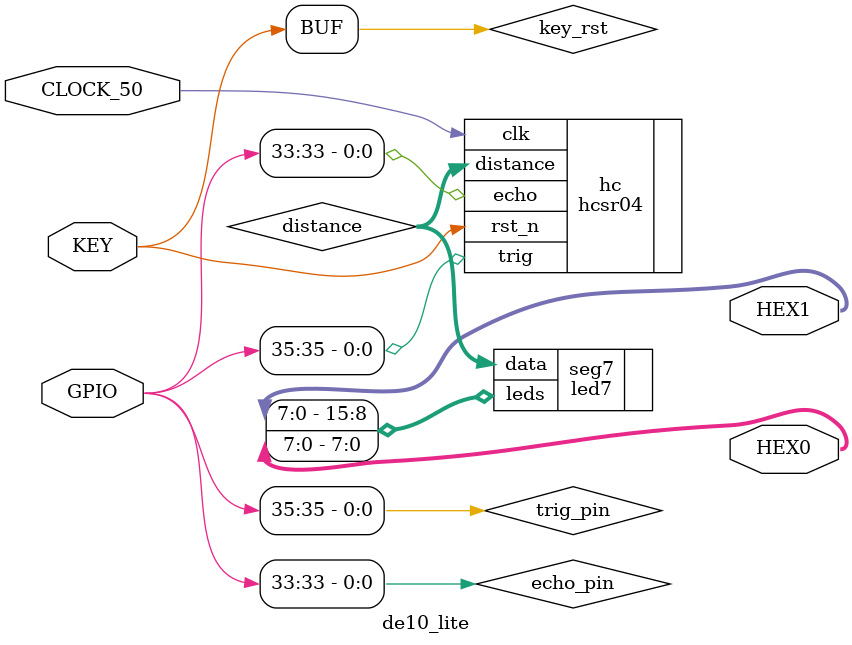
<source format=v>

module de10_lite
(
 input        CLOCK_50,
 input [0:0]  KEY,
 output [7:0] HEX1,
 output [7:0] HEX0,
 inout [35:0] GPIO
);
  localparam width=8;
  
  wire             key_rst;
  wire             trig_pin;
  wire             echo_pin;
  wire [width-1:0] distance;
  
 
  assign key_rst  = KEY[0];
  assign GPIO[35] = trig_pin;
  assign echo_pin = GPIO[33];
  
  hcsr04
   #(
     .clk_freq ( 50000000 ),
     .width    ( width    )
    )
  hc
    (
     .clk      ( CLOCK_50 ),
     .rst_n    ( key_rst  ),
     .echo     ( echo_pin ),
     .trig     ( trig_pin ),
     .distance ( distance )
    );
    
  led7 #(.COUNT(2)) seg7
    (
     .data ( distance    ),
     .leds ( {HEX1,HEX0} )
    );
  
  
endmodule // de10_lite

  

</source>
